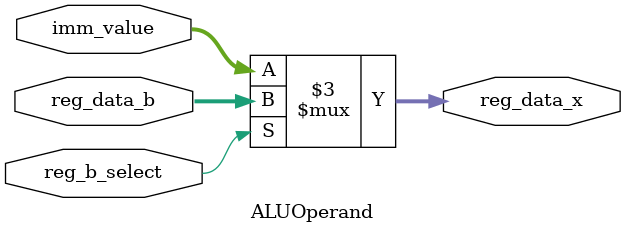
<source format=sv>
`timescale 1ns / 1ps


module ALUOperand(
    input var logic reg_b_select,
    input var logic [31:0] reg_data_b,
    input var logic [31:0] imm_value,
    output var logic [31:0] reg_data_x
);
    
    always_comb begin
        if (reg_b_select) reg_data_x <= reg_data_b;
        else reg_data_x <= imm_value;
    end

endmodule
</source>
